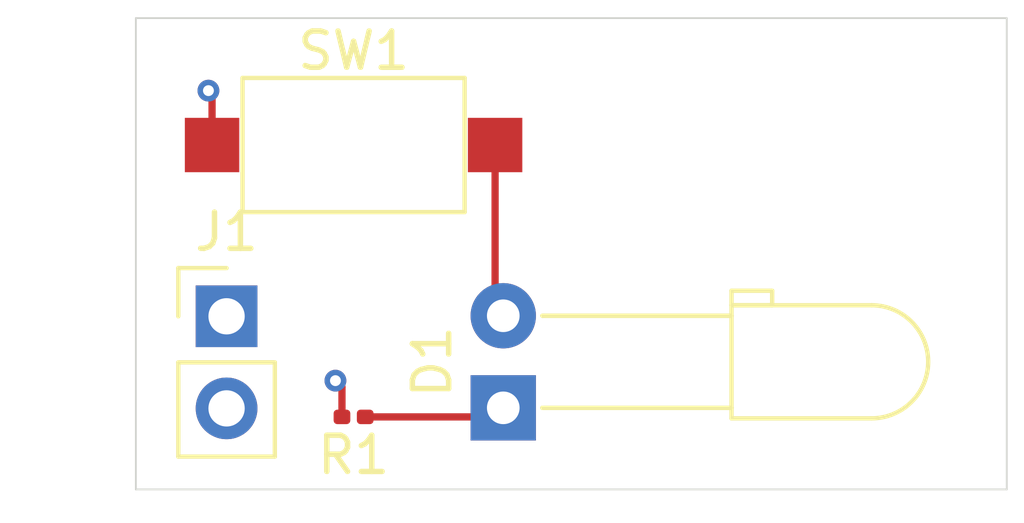
<source format=kicad_pcb>
(kicad_pcb (version 20240108) (generator "pcbnew") (generator_version "8.0")
  (layers (0 "F.Cu" signal) (1 "In1.Cu" power "GND") (2 "In2.Cu" power "PWR") (31 "B.Cu" signal) (34 "B.Paste" user) (35 "F.Paste" user) (36 "B.SilkS" user "B.Silkscreen") (37 "F.SilkS" user "F.Silkscreen") (38 "B.Mask" user) (39 "F.Mask" user) (44 "Edge.Cuts" user))
  (net 0 "")
  (net 1 "Net-(D1-A)")
  (net 2 "Net-(D1-K)")
  (net 3 "+3.3V")
  (net 4 "GND")
  (footprint "Resistor_SMD:R_0201_0603Metric" (layer "F.Cu") (at 73.5 51.5 180)
    (property "Reference" "R1" (at 0 -1.05 360) (layer "F.SilkS"))
    (property "Value" "R")
    (pad "1" smd roundrect (at -0.32 0 180) (size 0.46 0.4) (layers "F.Cu" "F.Mask") (net 2 "Net-(D1-K)"))
    (pad "2" smd roundrect (at 0.32 0 180) (size 0.46 0.4) (layers "F.Cu" "F.Mask") (net 4 "GND"))
  )
  (footprint "Button_Switch_SMD:SW_SPST_CK_RS282G05A3" (layer "F.Cu") (at 73.5 44)
    (property "Reference" "SW1" (at 0 -2.6 0) (layer "F.SilkS"))
    (property "Value" "SW_SPST")
    (fp_line (start -3.06 -1.85) (end 3.06 -1.85) (stroke (width 0.12)) (layer "F.SilkS"))
    (fp_line (start -3.06 1.85) (end -3.06 -1.85) (stroke (width 0.12)) (layer "F.SilkS"))
    (fp_line (start 3.06 -1.85) (end 3.06 1.85) (stroke (width 0.12)) (layer "F.SilkS"))
    (fp_line (start 3.06 1.85) (end -3.06 1.85) (stroke (width 0.12)) (layer "F.SilkS"))
    (pad "1" smd rect (at -3.9 0) (size 1.5 1.5) (layers "F.Cu" "F.Paste" "F.Mask") (net 3 "+3.3V"))
    (pad "2" smd rect (at 3.9 0) (size 1.5 1.5) (layers "F.Cu" "F.Paste" "F.Mask") (net 1 "Net-(D1-A)"))
  )
  (footprint "LED_THT:LED_D3.0mm_Horizontal_O6.35mm_Z10.0mm" (layer "F.Cu") (at 77.625 51.25 90)
    (property "Reference" "D1" (at 1.27 -1.96 90) (layer "F.SilkS"))
    (property "Value" "LED")
    (fp_line (start 2.54 1.08) (end 2.54 1.08) (stroke (width 0.12)) (layer "F.SilkS"))
    (fp_line (start 2.54 1.08) (end 2.54 6.29) (stroke (width 0.12)) (layer "F.SilkS"))
    (fp_line (start 0 1.08) (end 0 1.08) (stroke (width 0.12)) (layer "F.SilkS"))
    (fp_line (start 0 1.08) (end 0 6.29) (stroke (width 0.12)) (layer "F.SilkS"))
    (fp_line (start 3.23 6.29) (end 3.23 7.41) (stroke (width 0.12)) (layer "F.SilkS"))
    (fp_line (start 2.83 6.29) (end 3.23 6.29) (stroke (width 0.12)) (layer "F.SilkS"))
    (fp_line (start 2.83 6.29) (end 2.83 10.15) (stroke (width 0.12)) (layer "F.SilkS"))
    (fp_line (start 2.54 6.29) (end 2.54 1.08) (stroke (width 0.12)) (layer "F.SilkS"))
    (fp_line (start 2.54 6.29) (end 2.54 6.29) (stroke (width 0.12)) (layer "F.SilkS"))
    (fp_line (start 0 6.29) (end 0 1.08) (stroke (width 0.12)) (layer "F.SilkS"))
    (fp_line (start 0 6.29) (end 0 6.29) (stroke (width 0.12)) (layer "F.SilkS"))
    (fp_line (start -0.29 6.29) (end 2.83 6.29) (stroke (width 0.12)) (layer "F.SilkS"))
    (fp_line (start -0.29 6.29) (end -0.29 10.15) (stroke (width 0.12)) (layer "F.SilkS"))
    (fp_line (start 3.23 7.41) (end 2.83 7.41) (stroke (width 0.12)) (layer "F.SilkS"))
    (fp_line (start 2.83 7.41) (end 2.83 6.29) (stroke (width 0.12)) (layer "F.SilkS"))
    (fp_arc (start 2.83 10.15) (mid 1.27 11.71) (end -0.29 10.15) (stroke (width 0.12)) (layer "F.SilkS"))
    (pad "1" thru_hole rect (at 0 0 90) (size 1.8 1.8) (drill 0.9) (layers "*.Cu" "*.Mask") (net 2 "Net-(D1-K)"))
    (pad "2" thru_hole circle (at 2.54 0 90) (size 1.8 1.8) (drill 0.9) (layers "*.Cu" "*.Mask") (net 1 "Net-(D1-A)"))
  )
  (footprint "Connector_PinHeader_2.54mm:PinHeader_1x02_P2.54mm_Vertical" (layer "F.Cu") (at 70 48.725)
    (property "Reference" "J1" (at 0 -2.33 0) (layer "F.SilkS"))
    (property "Value" "Conn_01x02_Pin")
    (fp_line (start -1.33 -1.33) (end 0 -1.33) (stroke (width 0.12)) (layer "F.SilkS"))
    (fp_line (start -1.33 0) (end -1.33 -1.33) (stroke (width 0.12)) (layer "F.SilkS"))
    (fp_line (start -1.33 1.27) (end -1.33 3.87) (stroke (width 0.12)) (layer "F.SilkS"))
    (fp_line (start -1.33 1.27) (end 1.33 1.27) (stroke (width 0.12)) (layer "F.SilkS"))
    (fp_line (start -1.33 3.87) (end 1.33 3.87) (stroke (width 0.12)) (layer "F.SilkS"))
    (fp_line (start 1.33 1.27) (end 1.33 3.87) (stroke (width 0.12)) (layer "F.SilkS"))
    (pad "1" thru_hole rect (at 0 0) (size 1.7 1.7) (drill 1) (layers "*.Cu" "*.Mask") (net 3 "+3.3V"))
    (pad "2" thru_hole oval (at 0 2.54) (size 1.7 1.7) (drill 1) (layers "*.Cu" "*.Mask") (net 4 "GND"))
  )
  (gr_line (start 67.5 40.5) (end 91.5 40.5) (stroke (width 0.05)) (layer "Edge.Cuts"))
  (gr_line (start 91.5 40.5) (end 91.5 53.5) (stroke (width 0.05)) (layer "Edge.Cuts"))
  (gr_line (start 91.5 53.5) (end 67.5 53.5) (stroke (width 0.05)) (layer "Edge.Cuts"))
  (gr_line (start 67.5 53.5) (end 67.5 40.5) (stroke (width 0.05)) (layer "Edge.Cuts"))
  (segment (start 77.4 48.485) (end 77.625 48.71) (width 0.2) (layer "F.Cu") (net 1))
  (segment (start 77.4 44) (end 77.4 48.485) (width 0.2) (layer "F.Cu") (net 1))
  (segment (start 73.82 51.5) (end 77.375 51.5) (width 0.2) (layer "F.Cu") (net 2))
  (segment (start 77.375 51.5) (end 77.625 51.25) (width 0.2) (layer "F.Cu") (net 2))
  (segment (start 69.6 42.6) (end 69.5 42.5) (width 0.2) (layer "F.Cu") (net 3))
  (segment (start 69.6 44) (end 69.6 42.6) (width 0.2) (layer "F.Cu") (net 3))
  (via (at 69.5 42.5) (size 0.6) (drill 0.3) (layers "F.Cu" "B.Cu") (net 3))
  (segment (start 73.18 51.5) (end 73.18 50.68) (width 0.2) (layer "F.Cu") (net 4))
  (segment (start 73.18 50.68) (end 73 50.5) (width 0.2) (layer "F.Cu") (net 4))
  (via (at 73 50.5) (size 0.6) (drill 0.3) (layers "F.Cu" "B.Cu") (net 4))
)
</source>
